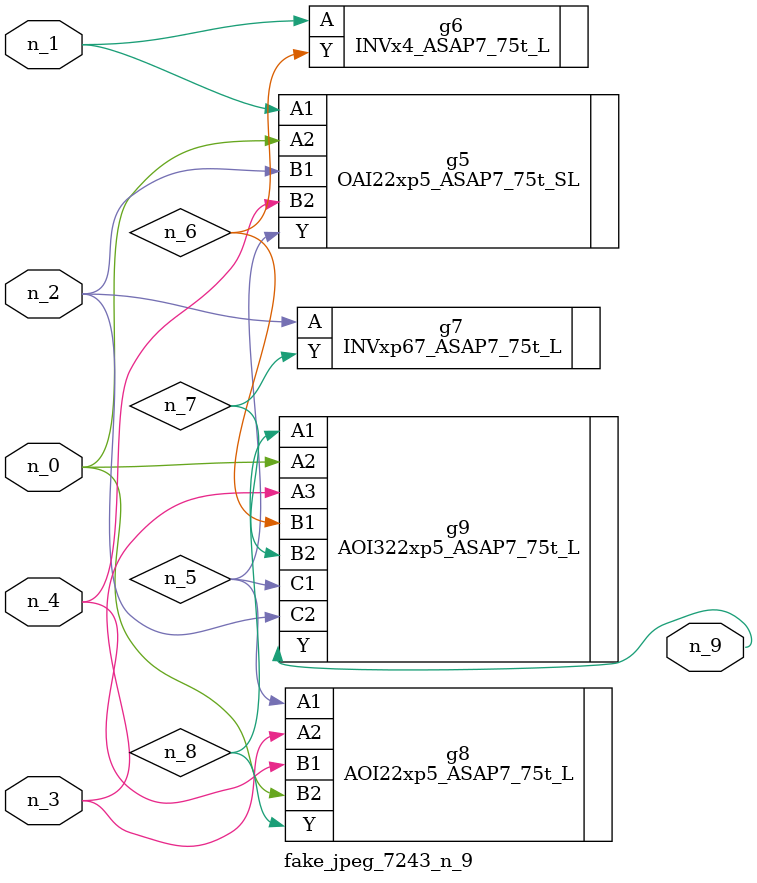
<source format=v>
module fake_jpeg_7243_n_9 (n_3, n_2, n_1, n_0, n_4, n_9);

input n_3;
input n_2;
input n_1;
input n_0;
input n_4;

output n_9;

wire n_8;
wire n_6;
wire n_5;
wire n_7;

OAI22xp5_ASAP7_75t_SL g5 ( 
.A1(n_1),
.A2(n_0),
.B1(n_2),
.B2(n_4),
.Y(n_5)
);

INVx4_ASAP7_75t_L g6 ( 
.A(n_1),
.Y(n_6)
);

INVxp67_ASAP7_75t_L g7 ( 
.A(n_2),
.Y(n_7)
);

AOI22xp5_ASAP7_75t_L g8 ( 
.A1(n_5),
.A2(n_3),
.B1(n_4),
.B2(n_0),
.Y(n_8)
);

AOI322xp5_ASAP7_75t_L g9 ( 
.A1(n_8),
.A2(n_0),
.A3(n_3),
.B1(n_6),
.B2(n_7),
.C1(n_5),
.C2(n_2),
.Y(n_9)
);


endmodule
</source>
